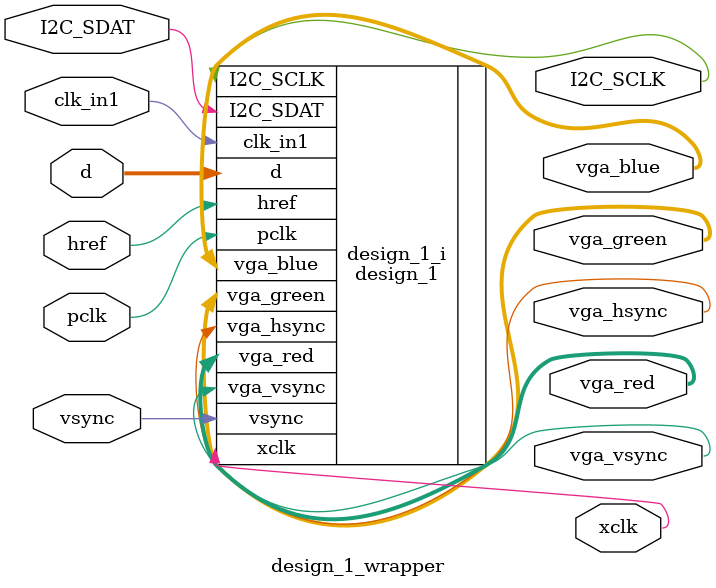
<source format=v>
`timescale 1 ps / 1 ps

module design_1_wrapper
   (I2C_SCLK,
    I2C_SDAT,
    clk_in1,
    d,
    href,
    pclk,
    vga_blue,
    vga_green,
    vga_hsync,
    vga_red,
    vga_vsync,
    vsync,
    xclk);
  output I2C_SCLK;
  inout I2C_SDAT;
  input clk_in1;
  input [7:0]d;
  input href;
  input pclk;
  output [4:0]vga_blue;
  output [5:0]vga_green;
  output vga_hsync;
  output [4:0]vga_red;
  output vga_vsync;
  input vsync;
  output xclk;

  wire I2C_SCLK;
  wire I2C_SDAT;
  wire clk_in1;
  wire [7:0]d;
  wire href;
  wire pclk;
  wire [4:0]vga_blue;
  wire [5:0]vga_green;
  wire vga_hsync;
  wire [4:0]vga_red;
  wire vga_vsync;
  wire vsync;
  wire xclk;

design_1 design_1_i
       (.I2C_SCLK(I2C_SCLK),
        .I2C_SDAT(I2C_SDAT),
        .clk_in1(clk_in1),
        .d(d),
        .href(href),
        .pclk(pclk),
        .vga_blue(vga_blue),
        .vga_green(vga_green),
        .vga_hsync(vga_hsync),
        .vga_red(vga_red),
        .vga_vsync(vga_vsync),
        .vsync(vsync),
        .xclk(xclk));
endmodule

</source>
